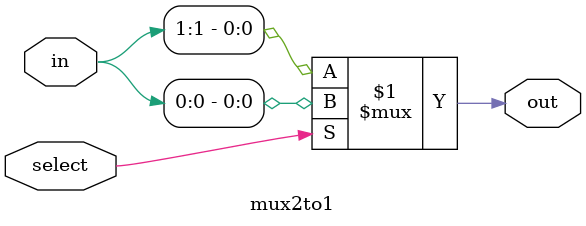
<source format=v>
`timescale 1ns / 1ps

module mux2to1(
	input [2 * WIDTH - 1:0] in,
	input select,
	output [WIDTH - 1:0] out
	);

	parameter WIDTH = 1;

	assign out = select ? in[WIDTH - 1:0] : in[2 * WIDTH - 1: WIDTH];
endmodule

</source>
